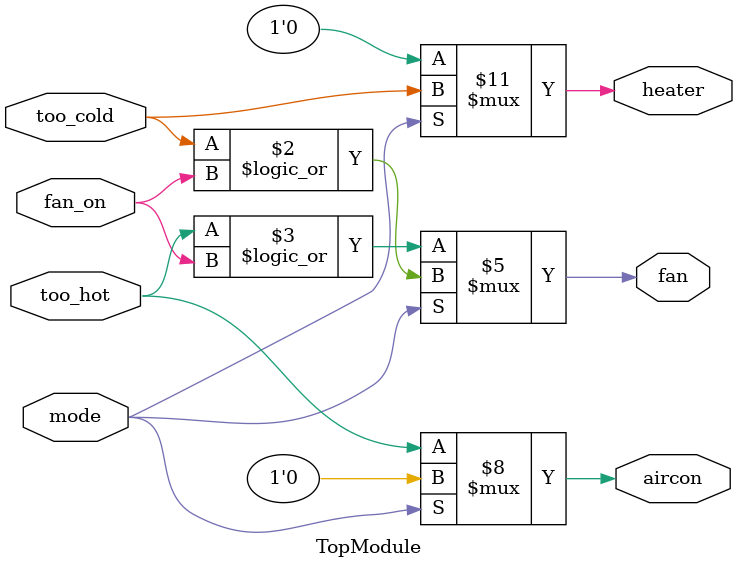
<source format=sv>
module TopModule(
    input logic mode,
    input logic too_cold,
    input logic too_hot,
    input logic fan_on,
    output logic heater,
    output logic aircon,
    output logic fan
);

    always @(*) begin
        // Default assignments
        heater = 1'b0;
        aircon = 1'b0;
        fan = 1'b0;

        if (mode) begin
            // Heating Mode
            heater = too_cold;
            aircon = 1'b0;
            fan = heater || fan_on;
        end else begin
            // Cooling Mode
            aircon = too_hot;
            heater = 1'b0;
            fan = aircon || fan_on;
        end
    end

endmodule
</source>
